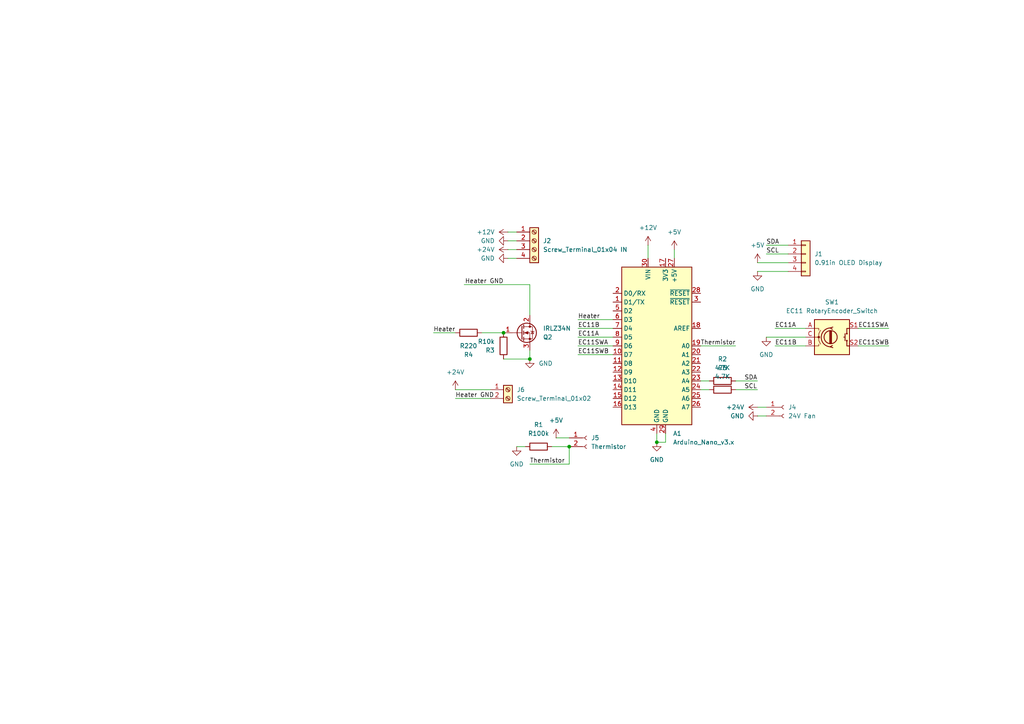
<source format=kicad_sch>
(kicad_sch (version 20250114) (generator "eeschema") (generator_version "9.0")
  (paper "A4")
  (lib_symbols
    (symbol "Connector:Conn_01x02_Socket" (pin_names (offset 1.016) (hide yes))
      (property "Reference" "J" (at 0 2.54 0))
      (property "Value" "Conn_01x02_Socket" (at 0 -5.08 0))
      (symbol "Conn_01x02_Socket_1_1"
        (polyline (pts (xy -1.27 0) (xy -0.508 0)) (stroke (width 0.1524)))
        (polyline (pts (xy -1.27 -2.54) (xy -0.508 -2.54)) (stroke (width 0.1524)))
        (arc (start 0 -0.508) (mid -0.5058 0) (end 0 0.508) (stroke (width 0.1524)))
        (arc (start 0 -3.048) (mid -0.5058 -2.54) (end 0 -2.032) (stroke (width 0.1524)))
        (pin passive line (at -5.08 0 0) (length 3.81) (name "Pin_1") (number "1"))
        (pin passive line (at -5.08 -2.54 0) (length 3.81) (name "Pin_2") (number "2"))
      )
    )
    (symbol "Connector:Screw_Terminal_01x02" (pin_names (offset 1.016) (hide yes))
      (property "Reference" "J" (at 0 2.54 0))
      (property "Value" "Screw_Terminal_01x02" (at 0 -5.08 0))
      (symbol "Screw_Terminal_01x02_1_1"
        (rectangle (start -1.27 1.27) (end 1.27 -3.81) (stroke (width 0.254)) (fill (type background)))
        (polyline (pts (xy -0.5334 0.3302) (xy 0.3302 -0.508)) (stroke (width 0.1524)))
        (polyline (pts (xy -0.5334 -2.2098) (xy 0.3302 -3.048)) (stroke (width 0.1524)))
        (polyline (pts (xy -0.3556 0.508) (xy 0.508 -0.3302)) (stroke (width 0.1524)))
        (polyline (pts (xy -0.3556 -2.032) (xy 0.508 -2.8702)) (stroke (width 0.1524)))
        (circle (center 0 0) (radius 0.635) (stroke (width 0.1524)))
        (circle (center 0 -2.54) (radius 0.635) (stroke (width 0.1524)))
        (pin passive line (at -5.08 0 0) (length 3.81) (name "Pin_1") (number "1"))
        (pin passive line (at -5.08 -2.54 0) (length 3.81) (name "Pin_2") (number "2"))
      )
    )
    (symbol "Connector:Screw_Terminal_01x04" (pin_names (offset 1.016) (hide yes))
      (property "Reference" "J" (at 0 5.08 0))
      (property "Value" "Screw_Terminal_01x04" (at 0 -7.62 0))
      (symbol "Screw_Terminal_01x04_1_1"
        (rectangle (start -1.27 3.81) (end 1.27 -6.35) (stroke (width 0.254)) (fill (type background)))
        (polyline (pts (xy -0.5334 2.8702) (xy 0.3302 2.032)) (stroke (width 0.1524)))
        (polyline (pts (xy -0.5334 0.3302) (xy 0.3302 -0.508)) (stroke (width 0.1524)))
        (polyline (pts (xy -0.5334 -2.2098) (xy 0.3302 -3.048)) (stroke (width 0.1524)))
        (polyline (pts (xy -0.5334 -4.7498) (xy 0.3302 -5.588)) (stroke (width 0.1524)))
        (polyline (pts (xy -0.3556 3.048) (xy 0.508 2.2098)) (stroke (width 0.1524)))
        (polyline (pts (xy -0.3556 0.508) (xy 0.508 -0.3302)) (stroke (width 0.1524)))
        (polyline (pts (xy -0.3556 -2.032) (xy 0.508 -2.8702)) (stroke (width 0.1524)))
        (polyline (pts (xy -0.3556 -4.572) (xy 0.508 -5.4102)) (stroke (width 0.1524)))
        (circle (center 0 2.54) (radius 0.635) (stroke (width 0.1524)))
        (circle (center 0 0) (radius 0.635) (stroke (width 0.1524)))
        (circle (center 0 -2.54) (radius 0.635) (stroke (width 0.1524)))
        (circle (center 0 -5.08) (radius 0.635) (stroke (width 0.1524)))
        (pin passive line (at -5.08 2.54 0) (length 3.81) (name "Pin_1") (number "1"))
        (pin passive line (at -5.08 0 0) (length 3.81) (name "Pin_2") (number "2"))
        (pin passive line (at -5.08 -2.54 0) (length 3.81) (name "Pin_3") (number "3"))
        (pin passive line (at -5.08 -5.08 0) (length 3.81) (name "Pin_4") (number "4"))
      )
    )
    (symbol "Connector_Generic:Conn_01x04" (pin_names (offset 1.016) (hide yes))
      (property "Reference" "J" (at 0 5.08 0))
      (property "Value" "Conn_01x04" (at 0 -7.62 0))
      (symbol "Conn_01x04_1_1"
        (rectangle (start -1.27 3.81) (end 1.27 -6.35) (stroke (width 0.254)) (fill (type background)))
        (rectangle (start -1.27 2.667) (end 0 2.413) (stroke (width 0.1524)))
        (rectangle (start -1.27 0.127) (end 0 -0.127) (stroke (width 0.1524)))
        (rectangle (start -1.27 -2.413) (end 0 -2.667) (stroke (width 0.1524)))
        (rectangle (start -1.27 -4.953) (end 0 -5.207) (stroke (width 0.1524)))
        (pin passive line (at -5.08 2.54 0) (length 3.81) (name "Pin_1") (number "1"))
        (pin passive line (at -5.08 0 0) (length 3.81) (name "Pin_2") (number "2"))
        (pin passive line (at -5.08 -2.54 0) (length 3.81) (name "Pin_3") (number "3"))
        (pin passive line (at -5.08 -5.08 0) (length 3.81) (name "Pin_4") (number "4"))
      )
    )
    (symbol "Device:R" (pin_numbers (hide yes)) (pin_names (offset 0))
      (property "Reference" "R" (at 2.032 0 90))
      (property "Value" "R" (at 0 0 90))
      (symbol "R_0_1"
        (rectangle (start -1.016 -2.54) (end 1.016 2.54) (stroke (width 0.254)))
      )
      (symbol "R_1_1"
        (pin passive line (at 0 3.81 270) (length 1.27) (name "~") (number "1"))
        (pin passive line (at 0 -3.81 90) (length 1.27) (name "~") (number "2"))
      )
    )
    (symbol "Device:RotaryEncoder_Switch" (pin_names (offset 0.254) (hide yes))
      (property "Reference" "SW" (at 0 6.604 0))
      (property "Value" "RotaryEncoder_Switch" (at 0 -6.604 0))
      (symbol "RotaryEncoder_Switch_0_1"
        (rectangle (start -5.08 5.08) (end 5.08 -5.08) (stroke (width 0.254)) (fill (type background)))
        (polyline (pts (xy -5.08 2.54) (xy -3.81 2.54) (xy -3.81 2.032)))
        (polyline (pts (xy -5.08 0) (xy -3.81 0) (xy -3.81 -1.016) (xy -3.302 -2.032)))
        (polyline (pts (xy -5.08 -2.54) (xy -3.81 -2.54) (xy -3.81 -2.032)))
        (polyline (pts (xy -4.318 0) (xy -3.81 0) (xy -3.81 1.016) (xy -3.302 2.032)))
        (circle (center -3.81 0) (radius 0.254) (fill (type outline)))
        (polyline (pts (xy -0.635 -1.778) (xy -0.635 1.778)) (stroke (width 0.254)))
        (circle (center -0.381 0) (radius 1.905) (stroke (width 0.254)))
        (polyline (pts (xy -0.381 -1.778) (xy -0.381 1.778)) (stroke (width 0.254)))
        (arc (start -0.381 -2.794) (mid -3.0988 -0.0635) (end -0.381 2.667) (stroke (width 0.254)))
        (polyline (pts (xy -0.127 1.778) (xy -0.127 -1.778)) (stroke (width 0.254)))
        (polyline (pts (xy 0.254 2.921) (xy -0.508 2.667) (xy 0.127 2.286)) (stroke (width 0.254)))
        (polyline (pts (xy 0.254 -3.048) (xy -0.508 -2.794) (xy 0.127 -2.413)) (stroke (width 0.254)))
        (polyline (pts (xy 3.81 1.016) (xy 3.81 -1.016)) (stroke (width 0.254)))
        (polyline (pts (xy 3.81 0) (xy 3.429 0)) (stroke (width 0.254)))
        (circle (center 4.318 1.016) (radius 0.127) (stroke (width 0.254)))
        (circle (center 4.318 -1.016) (radius 0.127) (stroke (width 0.254)))
        (polyline (pts (xy 5.08 2.54) (xy 4.318 2.54) (xy 4.318 1.016)) (stroke (width 0.254)))
        (polyline (pts (xy 5.08 -2.54) (xy 4.318 -2.54) (xy 4.318 -1.016)) (stroke (width 0.254)))
      )
      (symbol "RotaryEncoder_Switch_1_1"
        (pin passive line (at -7.62 2.54 0) (length 2.54) (name "A") (number "A"))
        (pin passive line (at -7.62 0 0) (length 2.54) (name "C") (number "C"))
        (pin passive line (at -7.62 -2.54 0) (length 2.54) (name "B") (number "B"))
        (pin passive line (at 7.62 2.54 180) (length 2.54) (name "S1") (number "S1"))
        (pin passive line (at 7.62 -2.54 180) (length 2.54) (name "S2") (number "S2"))
      )
    )
    (symbol "MCU_Module:Arduino_Nano_v3.x"
      (property "Reference" "A" (at -10.16 23.495 0))
      (property "Value" "Arduino_Nano_v3.x" (at 5.08 -24.13 0))
      (symbol "Arduino_Nano_v3.x_0_1"
        (rectangle (start -10.16 22.86) (end 10.16 -22.86) (stroke (width 0.254)) (fill (type background)))
      )
      (symbol "Arduino_Nano_v3.x_1_1"
        (pin bidirectional line (at -12.7 15.24 0) (length 2.54) (name "D0/RX") (number "2"))
        (pin bidirectional line (at -12.7 12.7 0) (length 2.54) (name "D1/TX") (number "1"))
        (pin bidirectional line (at -12.7 10.16 0) (length 2.54) (name "D2") (number "5"))
        (pin bidirectional line (at -12.7 7.62 0) (length 2.54) (name "D3") (number "6"))
        (pin bidirectional line (at -12.7 5.08 0) (length 2.54) (name "D4") (number "7"))
        (pin bidirectional line (at -12.7 2.54 0) (length 2.54) (name "D5") (number "8"))
        (pin bidirectional line (at -12.7 0 0) (length 2.54) (name "D6") (number "9"))
        (pin bidirectional line (at -12.7 -2.54 0) (length 2.54) (name "D7") (number "10"))
        (pin bidirectional line (at -12.7 -5.08 0) (length 2.54) (name "D8") (number "11"))
        (pin bidirectional line (at -12.7 -7.62 0) (length 2.54) (name "D9") (number "12"))
        (pin bidirectional line (at -12.7 -10.16 0) (length 2.54) (name "D10") (number "13"))
        (pin bidirectional line (at -12.7 -12.7 0) (length 2.54) (name "D11") (number "14"))
        (pin bidirectional line (at -12.7 -15.24 0) (length 2.54) (name "D12") (number "15"))
        (pin bidirectional line (at -12.7 -17.78 0) (length 2.54) (name "D13") (number "16"))
        (pin power_in line (at -2.54 25.4 270) (length 2.54) (name "VIN") (number "30"))
        (pin power_in line (at 0 -25.4 90) (length 2.54) (name "GND") (number "4"))
        (pin power_out line (at 2.54 25.4 270) (length 2.54) (name "3V3") (number "17"))
        (pin power_in line (at 2.54 -25.4 90) (length 2.54) (name "GND") (number "29"))
        (pin power_out line (at 5.08 25.4 270) (length 2.54) (name "+5V") (number "27"))
        (pin input line (at 12.7 15.24 180) (length 2.54) (name "~{RESET}") (number "28"))
        (pin input line (at 12.7 12.7 180) (length 2.54) (name "~{RESET}") (number "3"))
        (pin input line (at 12.7 5.08 180) (length 2.54) (name "AREF") (number "18"))
        (pin bidirectional line (at 12.7 0 180) (length 2.54) (name "A0") (number "19"))
        (pin bidirectional line (at 12.7 -2.54 180) (length 2.54) (name "A1") (number "20"))
        (pin bidirectional line (at 12.7 -5.08 180) (length 2.54) (name "A2") (number "21"))
        (pin bidirectional line (at 12.7 -7.62 180) (length 2.54) (name "A3") (number "22"))
        (pin bidirectional line (at 12.7 -10.16 180) (length 2.54) (name "A4") (number "23"))
        (pin bidirectional line (at 12.7 -12.7 180) (length 2.54) (name "A5") (number "24"))
        (pin bidirectional line (at 12.7 -15.24 180) (length 2.54) (name "A6") (number "25"))
        (pin bidirectional line (at 12.7 -17.78 180) (length 2.54) (name "A7") (number "26"))
      )
    )
    (symbol "Transistor_FET:IRLZ34N" (pin_names (hide yes))
      (property "Reference" "Q" (at 5.08 1.905 0))
      (property "Value" "IRLZ34N" (at 5.08 0 0))
      (symbol "IRLZ34N_0_1"
        (polyline (pts (xy 0.254 1.905) (xy 0.254 -1.905)) (stroke (width 0.254)))
        (polyline (pts (xy 0.254 0) (xy -2.54 0)))
        (polyline (pts (xy 0.762 2.286) (xy 0.762 1.27)) (stroke (width 0.254)))
        (polyline (pts (xy 0.762 0.508) (xy 0.762 -0.508)) (stroke (width 0.254)))
        (polyline (pts (xy 0.762 -1.27) (xy 0.762 -2.286)) (stroke (width 0.254)))
        (polyline (pts (xy 0.762 -1.778) (xy 3.302 -1.778) (xy 3.302 1.778) (xy 0.762 1.778)))
        (polyline (pts (xy 1.016 0) (xy 2.032 0.381) (xy 2.032 -0.381) (xy 1.016 0)) (fill (type outline)))
        (circle (center 1.651 0) (radius 2.794) (stroke (width 0.254)))
        (polyline (pts (xy 2.54 2.54) (xy 2.54 1.778)))
        (circle (center 2.54 1.778) (radius 0.254) (fill (type outline)))
        (circle (center 2.54 -1.778) (radius 0.254) (fill (type outline)))
        (polyline (pts (xy 2.54 -2.54) (xy 2.54 0) (xy 0.762 0)))
        (polyline (pts (xy 2.794 0.508) (xy 2.921 0.381) (xy 3.683 0.381) (xy 3.81 0.254)))
        (polyline (pts (xy 3.302 0.381) (xy 2.921 -0.254) (xy 3.683 -0.254) (xy 3.302 0.381)))
      )
      (symbol "IRLZ34N_1_1"
        (pin input line (at -5.08 0 0) (length 2.54) (name "G") (number "1"))
        (pin passive line (at 2.54 5.08 270) (length 2.54) (name "D") (number "2"))
        (pin passive line (at 2.54 -5.08 90) (length 2.54) (name "S") (number "3"))
      )
    )
    (symbol "power:+12V" (power) (pin_numbers (hide yes)) (pin_names (offset 0) (hide yes))
      (property "Value" "+12V" (at 0 3.556 0))
      (symbol "+12V_0_1"
        (polyline (pts (xy -0.762 1.27) (xy 0 2.54)))
        (polyline (pts (xy 0 2.54) (xy 0.762 1.27)))
        (polyline (pts (xy 0 0) (xy 0 2.54)))
      )
      (symbol "+12V_1_1"
        (pin power_in line (at 0 0 90) (length 0) (name "~") (number "1"))
      )
    )
    (symbol "power:+5V" (power) (pin_numbers (hide yes)) (pin_names (offset 0) (hide yes))
      (property "Value" "+5V" (at 0 3.556 0))
      (symbol "+5V_0_1"
        (polyline (pts (xy -0.762 1.27) (xy 0 2.54)))
        (polyline (pts (xy 0 2.54) (xy 0.762 1.27)))
        (polyline (pts (xy 0 0) (xy 0 2.54)))
      )
      (symbol "+5V_1_1"
        (pin power_in line (at 0 0 90) (length 0) (name "~") (number "1"))
      )
    )
    (symbol "power:GND" (power) (pin_numbers (hide yes)) (pin_names (offset 0) (hide yes))
      (property "Value" "GND" (at 0 -3.81 0))
      (symbol "GND_0_1"
        (polyline (pts (xy 0 0) (xy 0 -1.27) (xy 1.27 -1.27) (xy 0 -2.54) (xy -1.27 -1.27) (xy 0 -1.27)))
      )
      (symbol "GND_1_1"
        (pin power_in line (at 0 0 270) (length 0) (name "~") (number "1"))
      )
    )
  )
  (junction (at 146.05 96.52))
  (junction (at 190.5 128.27))
  (junction (at 153.67 104.14))
  (junction (at 165.1 129.54))
  (wire (pts (xy 167.64 95.25) (xy 177.8 95.25)))
  (wire (pts (xy 132.08 113.03) (xy 142.24 113.03)))
  (wire (pts (xy 193.04 125.73) (xy 193.04 128.27)))
  (wire (pts (xy 203.2 113.03) (xy 205.74 113.03)))
  (wire (pts (xy 147.32 72.39) (xy 149.86 72.39)))
  (wire (pts (xy 248.92 100.33) (xy 257.81 100.33)))
  (wire (pts (xy 167.64 102.87) (xy 177.8 102.87)))
  (wire (pts (xy 222.25 71.12) (xy 228.6 71.12)))
  (wire (pts (xy 132.08 115.57) (xy 142.24 115.57)))
  (wire (pts (xy 165.1 129.54) (xy 165.1 134.62)))
  (wire (pts (xy 153.67 134.62) (xy 165.1 134.62)))
  (wire (pts (xy 167.64 100.33) (xy 177.8 100.33)))
  (wire (pts (xy 187.96 71.12) (xy 187.96 74.93)))
  (wire (pts (xy 203.2 110.49) (xy 205.74 110.49)))
  (wire (pts (xy 153.67 104.14) (xy 153.67 101.6)))
  (wire (pts (xy 222.25 97.79) (xy 233.68 97.79)))
  (wire (pts (xy 213.36 113.03) (xy 219.71 113.03)))
  (wire (pts (xy 195.58 72.39) (xy 195.58 74.93)))
  (wire (pts (xy 222.25 73.66) (xy 228.6 73.66)))
  (wire (pts (xy 132.08 96.52) (xy 125.73 96.52)))
  (wire (pts (xy 160.02 129.54) (xy 165.1 129.54)))
  (wire (pts (xy 167.64 92.71) (xy 177.8 92.71)))
  (wire (pts (xy 134.62 82.55) (xy 153.67 82.55)))
  (wire (pts (xy 146.05 104.14) (xy 153.67 104.14)))
  (wire (pts (xy 219.71 120.65) (xy 222.25 120.65)))
  (wire (pts (xy 219.71 78.74) (xy 228.6 78.74)))
  (wire (pts (xy 153.67 82.55) (xy 153.67 91.44)))
  (wire (pts (xy 248.92 95.25) (xy 257.81 95.25)))
  (wire (pts (xy 219.71 76.2) (xy 228.6 76.2)))
  (wire (pts (xy 224.79 95.25) (xy 233.68 95.25)))
  (wire (pts (xy 146.05 96.52) (xy 139.7 96.52)))
  (wire (pts (xy 147.32 69.85) (xy 149.86 69.85)))
  (wire (pts (xy 213.36 110.49) (xy 219.71 110.49)))
  (wire (pts (xy 203.2 100.33) (xy 213.36 100.33)))
  (wire (pts (xy 224.79 100.33) (xy 233.68 100.33)))
  (wire (pts (xy 193.04 128.27) (xy 190.5 128.27)))
  (wire (pts (xy 219.71 118.11) (xy 222.25 118.11)))
  (wire (pts (xy 190.5 125.73) (xy 190.5 128.27)))
  (wire (pts (xy 167.64 97.79) (xy 177.8 97.79)))
  (wire (pts (xy 147.32 67.31) (xy 149.86 67.31)))
  (wire (pts (xy 147.32 74.93) (xy 149.86 74.93)))
  (wire (pts (xy 161.29 127) (xy 165.1 127)))
  (wire (pts (xy 149.86 129.54) (xy 152.4 129.54)))
  (label "EC11A" (at 167.64 97.79 0))
  (label "Thermistor" (at 203.2 100.33 0))
  (label "EC11A" (at 224.79 95.25 0))
  (label "EC11B" (at 167.64 95.25 0))
  (label "Heater GND" (at 132.08 115.57 0))
  (label "SDA" (at 222.25 71.12 0))
  (label "SCL" (at 222.25 73.66 0))
  (label "Heater" (at 167.64 92.71 0))
  (label "EC11SWB" (at 248.92 100.33 0))
  (label "EC11B" (at 224.79 100.33 0))
  (label "SCL" (at 215.9 113.03 0))
  (label "Thermistor" (at 153.67 134.62 0))
  (label "EC11SWB" (at 167.64 102.87 0))
  (label "Heater GND" (at 146.05 82.55 180))
  (label "Heater" (at 132.08 96.52 180))
  (label "SDA" (at 215.9 110.49 0))
  (label "EC11SWA" (at 167.64 100.33 0))
  (label "EC11SWA" (at 248.92 95.25 0))
  (symbol (lib_id "Connector:Conn_01x02_Socket") (at 170.18 127 0) (unit 1)
    (property "Reference" "J5" (at 171.45 126.9999 0) (effects (justify left)))
    (property "Value" "Thermistor" (at 171.45 129.5399 0) (effects (justify left)))
    (property "Footprint" "Connector_JST:JST_XH_B2B-XH-AM_1x02_P2.50mm_Vertical" (effects (hide yes)))
    (property "Description" "Generic connector, single row, 01x02, script generated" (effects (hide yes)))
  )
  (symbol (lib_id "power:GND") (at 219.71 120.65 270) (unit 1)
    (property "Reference" "#PWR03" (effects (hide yes)))
    (property "Value" "GND" (at 215.9 120.6499 90) (effects (justify right)))
    (property "Description" "Power symbol creates a global label with name \"GND\" , ground" (effects (hide yes)))
  )
  (symbol (lib_id "Device:R") (at 209.55 110.49 90) (unit 1)
    (property "Reference" "R2" (at 209.55 104.14 90))
    (property "Value" "4.7K" (at 209.55 106.68 90))
    (property "Footprint" "Resistor_SMD:R_0603_1608Metric" (effects (hide yes)))
    (property "Description" "Resistor" (effects (hide yes)))
  )
  (symbol (lib_id "power:+12V") (at 132.08 113.03 0) (unit 1)
    (property "Reference" "#PWR017" (effects (hide yes)))
    (property "Value" "+24V" (at 132.08 107.95 0))
    (property "Description" "Power symbol creates a global label with name \"+12V\"" (effects (hide yes)))
  )
  (symbol (lib_id "power:+5V") (at 219.71 76.2 0) (unit 1)
    (property "Reference" "#PWR09" (effects (hide yes)))
    (property "Value" "+5V" (at 219.71 71.12 0))
    (property "Description" "Power symbol creates a global label with name \"+5V\"" (effects (hide yes)))
  )
  (symbol (lib_id "power:+12V") (at 187.96 71.12 0) (unit 1)
    (property "Reference" "#PWR01" (effects (hide yes)))
    (property "Value" "+12V" (at 187.96 66.04 0))
    (property "Description" "Power symbol creates a global label with name \"+12V\"" (effects (hide yes)))
  )
  (symbol (lib_id "power:GND") (at 190.5 128.27 0) (unit 1)
    (property "Reference" "#PWR04" (effects (hide yes)))
    (property "Value" "GND" (at 190.5 133.35 0))
    (property "Description" "Power symbol creates a global label with name \"GND\" , ground" (effects (hide yes)))
  )
  (symbol (lib_id "power:+5V") (at 161.29 127 0) (unit 1)
    (property "Reference" "#PWR05" (effects (hide yes)))
    (property "Value" "+5V" (at 161.29 121.92 0))
    (property "Description" "Power symbol creates a global label with name \"+5V\"" (effects (hide yes)))
  )
  (symbol (lib_id "power:+5V") (at 195.58 72.39 0) (unit 1)
    (property "Reference" "#PWR010" (effects (hide yes)))
    (property "Value" "+5V" (at 195.58 67.31 0))
    (property "Description" "Power symbol creates a global label with name \"+5V\"" (effects (hide yes)))
  )
  (symbol (lib_id "power:+12V") (at 147.32 72.39 90) (unit 1)
    (property "Reference" "#PWR012" (effects (hide yes)))
    (property "Value" "+24V" (at 143.51 72.3899 90) (effects (justify left)))
    (property "Description" "Power symbol creates a global label with name \"+12V\"" (effects (hide yes)))
  )
  (symbol (lib_id "power:+12V") (at 219.71 118.11 90) (unit 1)
    (property "Reference" "#PWR02" (effects (hide yes)))
    (property "Value" "+24V" (at 215.9 118.1099 90) (effects (justify left)))
    (property "Description" "Power symbol creates a global label with name \"+12V\"" (effects (hide yes)))
  )
  (symbol (lib_id "power:GND") (at 147.32 74.93 270) (unit 1)
    (property "Reference" "#PWR013" (effects (hide yes)))
    (property "Value" "GND" (at 143.51 74.9299 90) (effects (justify right)))
    (property "Description" "Power symbol creates a global label with name \"GND\" , ground" (effects (hide yes)))
  )
  (symbol (lib_id "Connector:Screw_Terminal_01x02") (at 147.32 113.03 0) (unit 1)
    (property "Reference" "J6" (at 149.86 113.0299 0) (effects (justify left)))
    (property "Value" "Screw_Terminal_01x02" (at 149.86 115.5699 0) (effects (justify left)))
    (property "Footprint" "KICADCustom:Screw Terminal 2 Pin 7.62mmP" (effects (hide yes)))
    (property "Description" "Generic screw terminal, single row, 01x02, script generated (kicad-library-utils/schlib/autogen/connector/)" (effects (hide yes)))
  )
  (symbol (lib_id "MCU_Module:Arduino_Nano_v3.x") (at 190.5 100.33 0) (unit 1)
    (property "Reference" "A1" (at 195.1833 125.73 0) (effects (justify left)))
    (property "Value" "Arduino_Nano_v3.x" (at 195.1833 128.27 0) (effects (justify left)))
    (property "Footprint" "Module:Arduino_Nano" (effects (hide yes)))
    (property "Datasheet" "http://www.mouser.com/pdfdocs/Gravitech_Arduino_Nano3_0.pdf" (effects (hide yes)))
    (property "Description" "Arduino Nano v3.x" (effects (hide yes)))
  )
  (symbol (lib_id "power:GND") (at 222.25 97.79 0) (unit 1)
    (property "Reference" "#PWR07" (effects (hide yes)))
    (property "Value" "GND" (at 222.25 102.87 0))
    (property "Description" "Power symbol creates a global label with name \"GND\" , ground" (effects (hide yes)))
  )
  (symbol (lib_id "Device:R") (at 209.55 113.03 90) (unit 1)
    (property "Reference" "R5" (at 209.55 106.68 90))
    (property "Value" "4.7K" (at 209.55 109.22 90))
    (property "Footprint" "Resistor_SMD:R_0603_1608Metric" (effects (hide yes)))
    (property "Description" "Resistor" (effects (hide yes)))
  )
  (symbol (lib_id "Device:RotaryEncoder_Switch") (at 241.3 97.79 0) (unit 1)
    (property "Reference" "SW1" (at 241.3 87.63 0))
    (property "Value" "EC11 RotaryEncoder_Switch" (at 241.3 90.17 0))
    (property "Footprint" "Rotary_Encoder:RotaryEncoder_Alps_EC11E-Switch_Vertical_H20mm_CircularMountingHoles" (effects (hide yes)))
    (property "Description" "Rotary encoder, dual channel, incremental quadrate outputs, with switch" (effects (hide yes)))
  )
  (symbol (lib_id "Device:R") (at 156.21 129.54 90) (unit 1)
    (property "Reference" "R1" (at 156.21 123.19 90))
    (property "Value" "R100k" (at 156.21 125.73 90))
    (property "Footprint" "Resistor_SMD:R_0603_1608Metric" (effects (hide yes)))
    (property "Description" "Resistor" (effects (hide yes)))
  )
  (symbol (lib_id "power:+12V") (at 147.32 67.31 90) (unit 1)
    (property "Reference" "#PWR011" (effects (hide yes)))
    (property "Value" "+12V" (at 143.51 67.3099 90) (effects (justify left)))
    (property "Description" "Power symbol creates a global label with name \"+12V\"" (effects (hide yes)))
  )
  (symbol (lib_id "power:GND") (at 153.67 104.14 0) (unit 1)
    (property "Reference" "#PWR015" (effects (hide yes)))
    (property "Value" "GND" (at 156.21 105.4099 0) (effects (justify left)))
    (property "Description" "Power symbol creates a global label with name \"GND\" , ground" (effects (hide yes)))
  )
  (symbol (lib_id "power:GND") (at 219.71 78.74 0) (unit 1)
    (property "Reference" "#PWR08" (effects (hide yes)))
    (property "Value" "GND" (at 219.71 83.82 0))
    (property "Description" "Power symbol creates a global label with name \"GND\" , ground" (effects (hide yes)))
  )
  (symbol (lib_id "Connector_Generic:Conn_01x04") (at 233.68 73.66 0) (unit 1)
    (property "Reference" "J1" (at 236.22 73.6599 0) (effects (justify left)))
    (property "Value" "0.91in OLED Display" (at 236.22 76.1999 0) (effects (justify left)))
    (property "Footprint" "KICADCustom:SSD1306-0.91-OLED-4pin-128x32" (effects (hide yes)))
    (property "Description" "Generic connector, single row, 01x04, script generated (kicad-library-utils/schlib/autogen/connector/)" (effects (hide yes)))
  )
  (symbol (lib_id "Connector:Conn_01x02_Socket") (at 227.33 118.11 0) (unit 1)
    (property "Reference" "J4" (at 228.6 118.1099 0) (effects (justify left)))
    (property "Value" "24V Fan" (at 228.6 120.6499 0) (effects (justify left)))
    (property "Footprint" "Connector_JST:JST_XH_B2B-XH-AM_1x02_P2.50mm_Vertical" (effects (hide yes)))
    (property "Description" "Generic connector, single row, 01x02, script generated" (effects (hide yes)))
  )
  (symbol (lib_id "power:GND") (at 147.32 69.85 270) (unit 1)
    (property "Reference" "#PWR014" (effects (hide yes)))
    (property "Value" "GND" (at 143.51 69.8499 90) (effects (justify right)))
    (property "Description" "Power symbol creates a global label with name \"GND\" , ground" (effects (hide yes)))
  )
  (symbol (lib_id "Device:R") (at 135.89 96.52 90) (unit 1)
    (property "Reference" "R4" (at 135.89 102.87 90))
    (property "Value" "R220" (at 135.89 100.33 90))
    (property "Footprint" "Resistor_SMD:R_0603_1608Metric" (effects (hide yes)))
    (property "Description" "Resistor" (effects (hide yes)))
  )
  (symbol (lib_id "power:GND") (at 149.86 129.54 0) (unit 1)
    (property "Reference" "#PWR06" (effects (hide yes)))
    (property "Value" "GND" (at 149.86 134.62 0))
    (property "Description" "Power symbol creates a global label with name \"GND\" , ground" (effects (hide yes)))
  )
  (symbol (lib_id "Connector:Screw_Terminal_01x04") (at 154.94 69.85 0) (unit 1)
    (property "Reference" "J2" (at 157.48 69.8499 0) (effects (justify left)))
    (property "Value" "Screw_Terminal_01x04 IN" (at 157.48 72.3899 0) (effects (justify left)))
    (property "Footprint" "KICADCustom:Screw Terminal 4 Pin 7.62mmP" (effects (hide yes)))
    (property "Description" "Generic screw terminal, single row, 01x04, script generated (kicad-library-utils/schlib/autogen/connector/)" (effects (hide yes)))
  )
  (symbol (lib_id "Transistor_FET:IRLZ34N") (at 151.13 96.52 0) (unit 1)
    (property "Reference" "Q2" (at 157.48 97.7901 0) (effects (justify left)))
    (property "Value" "IRLZ34N" (at 157.48 95.2501 0) (effects (justify left)))
    (property "Footprint" "Package_TO_SOT_THT:TO-220-3_Vertical" (effects (hide yes)))
    (property "Datasheet" "http://www.infineon.com/dgdl/irlz34npbf.pdf?fileId=5546d462533600a40153567206892720" (effects (hide yes)))
    (property "Description" "30A Id, 55V Vds, 35mOhm Rds, N-Channel HEXFET Power MOSFET, TO-220AB" (effects (hide yes)))
  )
  (symbol (lib_id "Device:R") (at 146.05 100.33 180) (unit 1)
    (property "Reference" "R3" (at 143.51 101.6001 0) (effects (justify left)))
    (property "Value" "R10k" (at 143.51 99.0601 0) (effects (justify left)))
    (property "Footprint" "Resistor_SMD:R_0603_1608Metric" (effects (hide yes)))
    (property "Description" "Resistor" (effects (hide yes)))
  )
)
</source>
